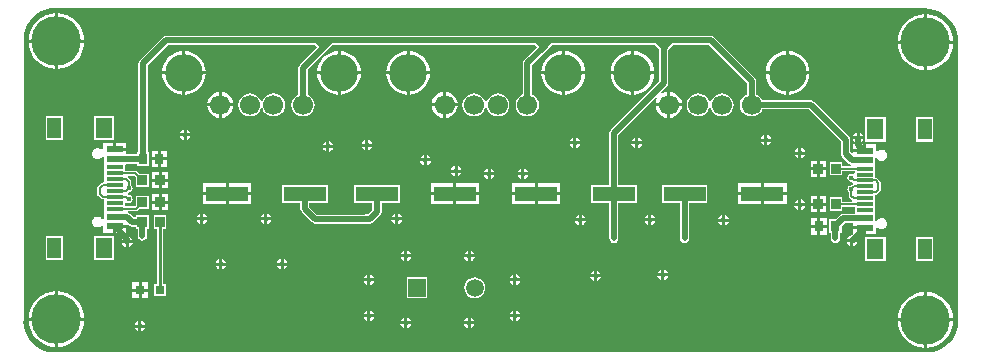
<source format=gtl>
G04*
G04 #@! TF.GenerationSoftware,Altium Limited,Altium Designer,19.0.4 (130)*
G04*
G04 Layer_Physical_Order=1*
G04 Layer_Color=255*
%FSLAX24Y24*%
%MOIN*%
G70*
G01*
G75*
%ADD11C,0.0100*%
%ADD14R,0.0571X0.0236*%
%ADD15R,0.0571X0.0118*%
%ADD16R,0.0571X0.0709*%
%ADD17R,0.0472X0.0709*%
%ADD18R,0.0315X0.0315*%
%ADD19R,0.0315X0.0354*%
%ADD20R,0.1421X0.0496*%
%ADD34R,0.0318X0.0340*%
%ADD35C,0.0200*%
%ADD36C,0.0059*%
%ADD37C,0.0059*%
%ADD38C,0.0591*%
%ADD39R,0.0591X0.0591*%
%ADD40C,0.1260*%
%ADD41C,0.0669*%
%ADD42C,0.1654*%
%ADD43C,0.0157*%
G36*
X34523Y46778D02*
X34523Y46778D01*
Y46778D01*
X34571Y46779D01*
X63477D01*
X63478Y46778D01*
Y46778D01*
X63478Y46778D01*
X63591Y46769D01*
X63765Y46728D01*
X63931Y46659D01*
X64084Y46565D01*
X64220Y46449D01*
X64337Y46312D01*
X64431Y46159D01*
X64499Y45993D01*
X64541Y45819D01*
X64555Y45640D01*
X64550Y45572D01*
X64551Y45524D01*
X64551Y45514D01*
Y36405D01*
X64551Y36358D01*
X64552Y36355D01*
X64551Y36306D01*
X64535Y36138D01*
X64476Y35944D01*
X64381Y35766D01*
X64252Y35609D01*
X64096Y35481D01*
X63917Y35386D01*
X63724Y35327D01*
X63522Y35307D01*
X63479Y35311D01*
X63432Y35316D01*
X63384Y35315D01*
X63367Y35315D01*
X34502D01*
X34459Y35315D01*
X34453Y35315D01*
X34403Y35313D01*
X34218Y35331D01*
X34025Y35389D01*
X33848Y35484D01*
X33693Y35611D01*
X33565Y35767D01*
X33470Y35944D01*
X33412Y36137D01*
X33392Y36337D01*
X33398Y36392D01*
X33402Y36440D01*
X33402Y36440D01*
X33402Y36440D01*
X33402Y36488D01*
X33402Y36507D01*
Y45663D01*
X33402Y45667D01*
X33402Y45717D01*
X33401Y45766D01*
X33412Y45908D01*
X33451Y46066D01*
X33513Y46217D01*
X33598Y46356D01*
X33704Y46480D01*
X33828Y46586D01*
X33967Y46672D01*
X34118Y46734D01*
X34277Y46772D01*
X34439Y46785D01*
X34523Y46778D01*
D02*
G37*
%LPC*%
G36*
X34543Y46612D02*
Y45736D01*
X35419D01*
X35406Y45867D01*
X35353Y46042D01*
X35267Y46203D01*
X35151Y46344D01*
X35010Y46460D01*
X34849Y46546D01*
X34674Y46599D01*
X34543Y46612D01*
D02*
G37*
G36*
X34443D02*
X34311Y46599D01*
X34136Y46546D01*
X33975Y46460D01*
X33834Y46344D01*
X33718Y46203D01*
X33632Y46042D01*
X33579Y45867D01*
X33566Y45736D01*
X34443D01*
Y46612D01*
D02*
G37*
G36*
X63508Y46575D02*
Y45699D01*
X64385D01*
X64372Y45831D01*
X64319Y46005D01*
X64233Y46166D01*
X64117Y46307D01*
X63976Y46423D01*
X63815Y46509D01*
X63640Y46562D01*
X63508Y46575D01*
D02*
G37*
G36*
X63408D02*
X63277Y46562D01*
X63102Y46509D01*
X62941Y46423D01*
X62800Y46307D01*
X62684Y46166D01*
X62598Y46005D01*
X62545Y45831D01*
X62532Y45699D01*
X63408D01*
Y46575D01*
D02*
G37*
G36*
X35419Y45636D02*
X34543D01*
Y44759D01*
X34674Y44772D01*
X34849Y44825D01*
X35010Y44911D01*
X35151Y45027D01*
X35267Y45168D01*
X35353Y45329D01*
X35406Y45504D01*
X35419Y45636D01*
D02*
G37*
G36*
X34443D02*
X33566D01*
X33579Y45504D01*
X33632Y45329D01*
X33718Y45168D01*
X33834Y45027D01*
X33975Y44911D01*
X34136Y44825D01*
X34311Y44772D01*
X34443Y44759D01*
Y45636D01*
D02*
G37*
G36*
X64385Y45599D02*
X63508D01*
Y44723D01*
X63640Y44736D01*
X63815Y44789D01*
X63976Y44875D01*
X64117Y44990D01*
X64233Y45132D01*
X64319Y45293D01*
X64372Y45467D01*
X64385Y45599D01*
D02*
G37*
G36*
X63408D02*
X62532D01*
X62545Y45467D01*
X62598Y45293D01*
X62684Y45132D01*
X62800Y44990D01*
X62941Y44875D01*
X63102Y44789D01*
X63277Y44736D01*
X63408Y44723D01*
Y45599D01*
D02*
G37*
G36*
X58915Y45354D02*
Y44675D01*
X59593D01*
X59584Y44768D01*
X59543Y44906D01*
X59475Y45033D01*
X59384Y45144D01*
X59272Y45235D01*
X59146Y45303D01*
X59008Y45345D01*
X58915Y45354D01*
D02*
G37*
G36*
X51440D02*
Y44675D01*
X52118D01*
X52109Y44768D01*
X52068Y44906D01*
X52000Y45033D01*
X51909Y45144D01*
X51797Y45235D01*
X51671Y45303D01*
X51533Y45345D01*
X51440Y45354D01*
D02*
G37*
G36*
X43965D02*
Y44675D01*
X44643D01*
X44634Y44768D01*
X44593Y44906D01*
X44525Y45033D01*
X44434Y45144D01*
X44322Y45235D01*
X44196Y45303D01*
X44058Y45345D01*
X43965Y45354D01*
D02*
G37*
G36*
X43865Y45354D02*
X43772Y45345D01*
X43634Y45303D01*
X43507Y45235D01*
X43396Y45144D01*
X43305Y45033D01*
X43237Y44906D01*
X43196Y44768D01*
X43186Y44675D01*
X43865D01*
Y45354D01*
D02*
G37*
G36*
X58815D02*
X58722Y45345D01*
X58584Y45303D01*
X58457Y45235D01*
X58346Y45144D01*
X58255Y45033D01*
X58187Y44906D01*
X58146Y44768D01*
X58136Y44675D01*
X58815D01*
Y45354D01*
D02*
G37*
G36*
X51340D02*
X51247Y45345D01*
X51109Y45303D01*
X50982Y45235D01*
X50871Y45144D01*
X50780Y45033D01*
X50712Y44906D01*
X50671Y44768D01*
X50661Y44675D01*
X51340D01*
Y45354D01*
D02*
G37*
G36*
X53742Y45354D02*
Y44675D01*
X54420D01*
X54411Y44768D01*
X54369Y44906D01*
X54302Y45033D01*
X54210Y45144D01*
X54099Y45235D01*
X53972Y45303D01*
X53835Y45345D01*
X53742Y45354D01*
D02*
G37*
G36*
X46267D02*
Y44675D01*
X46945D01*
X46936Y44768D01*
X46894Y44906D01*
X46827Y45033D01*
X46735Y45144D01*
X46624Y45235D01*
X46497Y45303D01*
X46360Y45345D01*
X46267Y45354D01*
D02*
G37*
G36*
X38792D02*
Y44675D01*
X39470D01*
X39461Y44768D01*
X39419Y44906D01*
X39352Y45033D01*
X39260Y45144D01*
X39149Y45235D01*
X39022Y45303D01*
X38885Y45345D01*
X38792Y45354D01*
D02*
G37*
G36*
X53642Y45354D02*
X53549Y45345D01*
X53411Y45303D01*
X53284Y45235D01*
X53173Y45144D01*
X53082Y45033D01*
X53014Y44906D01*
X52972Y44768D01*
X52963Y44675D01*
X53642D01*
Y45354D01*
D02*
G37*
G36*
X46167D02*
X46074Y45345D01*
X45936Y45303D01*
X45809Y45235D01*
X45698Y45144D01*
X45607Y45033D01*
X45539Y44906D01*
X45497Y44768D01*
X45488Y44675D01*
X46167D01*
Y45354D01*
D02*
G37*
G36*
X38692D02*
X38599Y45345D01*
X38461Y45303D01*
X38334Y45235D01*
X38223Y45144D01*
X38132Y45033D01*
X38064Y44906D01*
X38022Y44768D01*
X38013Y44675D01*
X38692D01*
Y45354D01*
D02*
G37*
G36*
X59593Y44575D02*
X58915D01*
Y43897D01*
X59008Y43906D01*
X59146Y43948D01*
X59272Y44015D01*
X59384Y44107D01*
X59475Y44218D01*
X59543Y44344D01*
X59584Y44482D01*
X59593Y44575D01*
D02*
G37*
G36*
X52118D02*
X51440D01*
Y43897D01*
X51533Y43906D01*
X51671Y43948D01*
X51797Y44015D01*
X51909Y44107D01*
X52000Y44218D01*
X52068Y44344D01*
X52109Y44482D01*
X52118Y44575D01*
D02*
G37*
G36*
X44643D02*
X43965D01*
Y43897D01*
X44058Y43906D01*
X44196Y43948D01*
X44322Y44015D01*
X44434Y44107D01*
X44525Y44218D01*
X44593Y44344D01*
X44634Y44482D01*
X44643Y44575D01*
D02*
G37*
G36*
X58815D02*
X58136D01*
X58146Y44482D01*
X58187Y44344D01*
X58255Y44218D01*
X58346Y44107D01*
X58457Y44015D01*
X58584Y43948D01*
X58722Y43906D01*
X58815Y43897D01*
Y44575D01*
D02*
G37*
G36*
X51340D02*
X50661D01*
X50671Y44482D01*
X50712Y44344D01*
X50780Y44218D01*
X50871Y44107D01*
X50982Y44015D01*
X51109Y43948D01*
X51247Y43906D01*
X51340Y43897D01*
Y44575D01*
D02*
G37*
G36*
X43865D02*
X43186D01*
X43196Y44482D01*
X43237Y44344D01*
X43305Y44218D01*
X43396Y44107D01*
X43507Y44015D01*
X43634Y43948D01*
X43772Y43906D01*
X43865Y43897D01*
Y44575D01*
D02*
G37*
G36*
X53642Y44575D02*
X52963D01*
X52972Y44482D01*
X53014Y44344D01*
X53082Y44218D01*
X53173Y44107D01*
X53284Y44015D01*
X53411Y43948D01*
X53549Y43906D01*
X53642Y43897D01*
Y44575D01*
D02*
G37*
G36*
X46167D02*
X45488D01*
X45497Y44482D01*
X45539Y44344D01*
X45607Y44218D01*
X45698Y44107D01*
X45809Y44015D01*
X45936Y43948D01*
X46074Y43906D01*
X46167Y43897D01*
Y44575D01*
D02*
G37*
G36*
X38692D02*
X38013D01*
X38022Y44482D01*
X38064Y44344D01*
X38132Y44218D01*
X38223Y44107D01*
X38334Y44015D01*
X38461Y43948D01*
X38599Y43906D01*
X38692Y43897D01*
Y44575D01*
D02*
G37*
G36*
X39470D02*
X38792D01*
Y43897D01*
X38885Y43906D01*
X39022Y43948D01*
X39149Y44015D01*
X39260Y44107D01*
X39352Y44218D01*
X39419Y44344D01*
X39461Y44482D01*
X39470Y44575D01*
D02*
G37*
G36*
X54420D02*
X53742D01*
Y43897D01*
X53835Y43906D01*
X53972Y43948D01*
X54099Y44015D01*
X54210Y44107D01*
X54302Y44218D01*
X54369Y44344D01*
X54411Y44482D01*
X54420Y44575D01*
D02*
G37*
G36*
X46945D02*
X46267D01*
Y43897D01*
X46360Y43906D01*
X46497Y43948D01*
X46624Y44015D01*
X46735Y44107D01*
X46827Y44218D01*
X46894Y44344D01*
X46936Y44482D01*
X46945Y44575D01*
D02*
G37*
G36*
X56679Y43946D02*
X56579Y43933D01*
X56485Y43894D01*
X56405Y43833D01*
X56343Y43752D01*
X56313Y43679D01*
X56259D01*
X56228Y43752D01*
X56167Y43833D01*
X56086Y43894D01*
X55993Y43933D01*
X55892Y43946D01*
X55792Y43933D01*
X55698Y43894D01*
X55618Y43833D01*
X55556Y43752D01*
X55518Y43659D01*
X55504Y43558D01*
X55518Y43458D01*
X55556Y43364D01*
X55618Y43284D01*
X55698Y43222D01*
X55792Y43184D01*
X55892Y43170D01*
X55993Y43184D01*
X56086Y43222D01*
X56167Y43284D01*
X56228Y43364D01*
X56259Y43438D01*
X56313D01*
X56343Y43364D01*
X56405Y43284D01*
X56485Y43222D01*
X56579Y43184D01*
X56679Y43170D01*
X56780Y43184D01*
X56873Y43222D01*
X56954Y43284D01*
X57015Y43364D01*
X57054Y43458D01*
X57067Y43558D01*
X57054Y43659D01*
X57015Y43752D01*
X56954Y43833D01*
X56873Y43894D01*
X56780Y43933D01*
X56679Y43946D01*
D02*
G37*
G36*
X49204D02*
X49104Y43933D01*
X49010Y43894D01*
X48930Y43833D01*
X48868Y43752D01*
X48838Y43679D01*
X48784D01*
X48753Y43752D01*
X48692Y43833D01*
X48611Y43894D01*
X48518Y43933D01*
X48417Y43946D01*
X48317Y43933D01*
X48223Y43894D01*
X48143Y43833D01*
X48081Y43752D01*
X48043Y43659D01*
X48029Y43558D01*
X48043Y43458D01*
X48081Y43364D01*
X48143Y43284D01*
X48223Y43222D01*
X48317Y43184D01*
X48417Y43170D01*
X48518Y43184D01*
X48611Y43222D01*
X48692Y43284D01*
X48753Y43364D01*
X48784Y43438D01*
X48838D01*
X48868Y43364D01*
X48930Y43284D01*
X49010Y43222D01*
X49104Y43184D01*
X49204Y43170D01*
X49305Y43184D01*
X49398Y43222D01*
X49479Y43284D01*
X49540Y43364D01*
X49579Y43458D01*
X49592Y43558D01*
X49579Y43659D01*
X49540Y43752D01*
X49479Y43833D01*
X49398Y43894D01*
X49305Y43933D01*
X49204Y43946D01*
D02*
G37*
G36*
X41729D02*
X41629Y43933D01*
X41535Y43894D01*
X41455Y43833D01*
X41393Y43752D01*
X41363Y43679D01*
X41309D01*
X41278Y43752D01*
X41217Y43833D01*
X41136Y43894D01*
X41043Y43933D01*
X40942Y43946D01*
X40842Y43933D01*
X40748Y43894D01*
X40668Y43833D01*
X40606Y43752D01*
X40568Y43659D01*
X40554Y43558D01*
X40568Y43458D01*
X40606Y43364D01*
X40668Y43284D01*
X40748Y43222D01*
X40842Y43184D01*
X40942Y43170D01*
X41043Y43184D01*
X41136Y43222D01*
X41217Y43284D01*
X41278Y43364D01*
X41309Y43438D01*
X41363D01*
X41393Y43364D01*
X41455Y43284D01*
X41535Y43222D01*
X41629Y43184D01*
X41729Y43170D01*
X41830Y43184D01*
X41923Y43222D01*
X42004Y43284D01*
X42065Y43364D01*
X42104Y43458D01*
X42117Y43558D01*
X42104Y43659D01*
X42065Y43752D01*
X42004Y43833D01*
X41923Y43894D01*
X41830Y43933D01*
X41729Y43946D01*
D02*
G37*
G36*
X54958Y43990D02*
Y43608D01*
X55340D01*
X55332Y43672D01*
X55288Y43777D01*
X55218Y43868D01*
X55128Y43938D01*
X55022Y43982D01*
X54958Y43990D01*
D02*
G37*
G36*
X47483D02*
Y43608D01*
X47865D01*
X47857Y43672D01*
X47813Y43777D01*
X47743Y43868D01*
X47653Y43938D01*
X47547Y43982D01*
X47483Y43990D01*
D02*
G37*
G36*
X40008D02*
Y43608D01*
X40390D01*
X40382Y43672D01*
X40338Y43777D01*
X40268Y43868D01*
X40178Y43938D01*
X40072Y43982D01*
X40008Y43990D01*
D02*
G37*
G36*
X47383D02*
X47320Y43982D01*
X47214Y43938D01*
X47123Y43868D01*
X47054Y43777D01*
X47010Y43672D01*
X47002Y43608D01*
X47383D01*
Y43990D01*
D02*
G37*
G36*
X39908D02*
X39845Y43982D01*
X39739Y43938D01*
X39648Y43868D01*
X39579Y43777D01*
X39535Y43672D01*
X39527Y43608D01*
X39908D01*
Y43990D01*
D02*
G37*
G36*
X55340Y43508D02*
X54958D01*
Y43126D01*
X55022Y43135D01*
X55128Y43179D01*
X55218Y43248D01*
X55288Y43339D01*
X55332Y43445D01*
X55340Y43508D01*
D02*
G37*
G36*
X40390D02*
X40008D01*
Y43126D01*
X40072Y43135D01*
X40178Y43179D01*
X40268Y43248D01*
X40338Y43339D01*
X40382Y43445D01*
X40390Y43508D01*
D02*
G37*
G36*
X47865D02*
X47483D01*
Y43126D01*
X47547Y43135D01*
X47653Y43179D01*
X47743Y43248D01*
X47813Y43339D01*
X47857Y43445D01*
X47865Y43508D01*
D02*
G37*
G36*
X47383D02*
X47002D01*
X47010Y43445D01*
X47054Y43339D01*
X47123Y43248D01*
X47214Y43179D01*
X47320Y43135D01*
X47383Y43126D01*
Y43508D01*
D02*
G37*
G36*
X54858D02*
X54477D01*
X54485Y43445D01*
X54529Y43339D01*
X54598Y43248D01*
X54689Y43179D01*
X54795Y43135D01*
X54858Y43126D01*
Y43508D01*
D02*
G37*
G36*
X39908D02*
X39527D01*
X39535Y43445D01*
X39579Y43339D01*
X39648Y43248D01*
X39739Y43179D01*
X39845Y43135D01*
X39908Y43126D01*
Y43508D01*
D02*
G37*
G36*
X38830Y42731D02*
Y42609D01*
X38952D01*
X38948Y42629D01*
X38908Y42688D01*
X38849Y42727D01*
X38830Y42731D01*
D02*
G37*
G36*
X38730D02*
X38710Y42727D01*
X38651Y42688D01*
X38611Y42629D01*
X38607Y42609D01*
X38730D01*
Y42731D01*
D02*
G37*
G36*
X61270Y42629D02*
Y42507D01*
X61393D01*
X61389Y42526D01*
X61349Y42586D01*
X61290Y42625D01*
X61270Y42629D01*
D02*
G37*
G36*
X61170D02*
X61151Y42625D01*
X61092Y42586D01*
X61052Y42526D01*
X61048Y42507D01*
X61170D01*
Y42629D01*
D02*
G37*
G36*
X58184Y42558D02*
Y42436D01*
X58306D01*
X58302Y42456D01*
X58263Y42515D01*
X58204Y42554D01*
X58184Y42558D01*
D02*
G37*
G36*
X58084D02*
X58064Y42554D01*
X58005Y42515D01*
X57965Y42456D01*
X57962Y42436D01*
X58084D01*
Y42558D01*
D02*
G37*
G36*
X38952Y42509D02*
X38830D01*
Y42387D01*
X38849Y42391D01*
X38908Y42430D01*
X38948Y42489D01*
X38952Y42509D01*
D02*
G37*
G36*
X38730D02*
X38607D01*
X38611Y42489D01*
X38651Y42430D01*
X38710Y42391D01*
X38730Y42387D01*
Y42509D01*
D02*
G37*
G36*
X36406Y43192D02*
X35736D01*
Y42383D01*
X36406D01*
Y43192D01*
D02*
G37*
G36*
X34712D02*
X34139D01*
Y42383D01*
X34712D01*
Y43192D01*
D02*
G37*
G36*
X53885Y42464D02*
Y42341D01*
X54007D01*
X54003Y42361D01*
X53963Y42420D01*
X53904Y42460D01*
X53885Y42464D01*
D02*
G37*
G36*
X53785D02*
X53765Y42460D01*
X53706Y42420D01*
X53666Y42361D01*
X53662Y42341D01*
X53785D01*
Y42464D01*
D02*
G37*
G36*
X51828D02*
Y42341D01*
X51951D01*
X51947Y42361D01*
X51907Y42420D01*
X51848Y42460D01*
X51828Y42464D01*
D02*
G37*
G36*
X51728D02*
X51709Y42460D01*
X51649Y42420D01*
X51610Y42361D01*
X51606Y42341D01*
X51728D01*
Y42464D01*
D02*
G37*
G36*
X63727Y43143D02*
X63154D01*
Y42334D01*
X63727D01*
Y43143D01*
D02*
G37*
G36*
X62130D02*
X61459D01*
Y42334D01*
X62130D01*
Y43143D01*
D02*
G37*
G36*
X44893Y42385D02*
Y42263D01*
X45015D01*
X45011Y42282D01*
X44971Y42341D01*
X44912Y42381D01*
X44893Y42385D01*
D02*
G37*
G36*
X44792D02*
X44773Y42381D01*
X44714Y42341D01*
X44674Y42282D01*
X44670Y42263D01*
X44792D01*
Y42385D01*
D02*
G37*
G36*
X43585Y42346D02*
Y42223D01*
X43708D01*
X43704Y42243D01*
X43664Y42302D01*
X43605Y42342D01*
X43585Y42346D01*
D02*
G37*
G36*
X43485D02*
X43466Y42342D01*
X43407Y42302D01*
X43367Y42243D01*
X43363Y42223D01*
X43485D01*
Y42346D01*
D02*
G37*
G36*
X58306Y42336D02*
X58184D01*
Y42214D01*
X58204Y42217D01*
X58263Y42257D01*
X58302Y42316D01*
X58306Y42336D01*
D02*
G37*
G36*
X58084D02*
X57962D01*
X57965Y42316D01*
X58005Y42257D01*
X58064Y42217D01*
X58084Y42214D01*
Y42336D01*
D02*
G37*
G36*
X36817Y42289D02*
X36481D01*
Y42121D01*
X36817D01*
Y42289D01*
D02*
G37*
G36*
X54007Y42241D02*
X53885D01*
Y42119D01*
X53904Y42123D01*
X53963Y42162D01*
X54003Y42222D01*
X54007Y42241D01*
D02*
G37*
G36*
X53785D02*
X53662D01*
X53666Y42222D01*
X53706Y42162D01*
X53765Y42123D01*
X53785Y42119D01*
Y42241D01*
D02*
G37*
G36*
X51951D02*
X51828D01*
Y42119D01*
X51848Y42123D01*
X51907Y42162D01*
X51947Y42222D01*
X51951Y42241D01*
D02*
G37*
G36*
X51728D02*
X51606D01*
X51610Y42222D01*
X51649Y42162D01*
X51709Y42123D01*
X51728Y42119D01*
Y42241D01*
D02*
G37*
G36*
X61393Y42407D02*
X61048D01*
X61052Y42387D01*
X61092Y42328D01*
X61148Y42290D01*
X61149Y42286D01*
X61127Y42240D01*
X61049D01*
Y42072D01*
X61384D01*
Y42240D01*
X61314D01*
X61292Y42286D01*
X61293Y42290D01*
X61349Y42328D01*
X61389Y42387D01*
X61393Y42407D01*
D02*
G37*
G36*
X45015Y42163D02*
X44893D01*
Y42040D01*
X44912Y42044D01*
X44971Y42084D01*
X45011Y42143D01*
X45015Y42163D01*
D02*
G37*
G36*
X44792D02*
X44670D01*
X44674Y42143D01*
X44714Y42084D01*
X44773Y42044D01*
X44792Y42040D01*
Y42163D01*
D02*
G37*
G36*
X43708Y42123D02*
X43585D01*
Y42001D01*
X43605Y42005D01*
X43664Y42044D01*
X43704Y42103D01*
X43708Y42123D01*
D02*
G37*
G36*
X43485D02*
X43363D01*
X43367Y42103D01*
X43407Y42044D01*
X43466Y42005D01*
X43485Y42001D01*
Y42123D01*
D02*
G37*
G36*
X59318Y42117D02*
Y41995D01*
X59440D01*
X59436Y42015D01*
X59397Y42074D01*
X59337Y42113D01*
X59318Y42117D01*
D02*
G37*
G36*
X59218D02*
X59198Y42113D01*
X59139Y42074D01*
X59099Y42015D01*
X59095Y41995D01*
X59218D01*
Y42117D01*
D02*
G37*
G36*
X38186Y42033D02*
X37979D01*
Y41806D01*
X38186D01*
Y42033D01*
D02*
G37*
G36*
X37879D02*
X37671D01*
Y41806D01*
X37879D01*
Y42033D01*
D02*
G37*
G36*
X46845Y41905D02*
Y41782D01*
X46968D01*
X46964Y41802D01*
X46924Y41861D01*
X46865Y41901D01*
X46845Y41905D01*
D02*
G37*
G36*
X46745D02*
X46726Y41901D01*
X46666Y41861D01*
X46627Y41802D01*
X46623Y41782D01*
X46745D01*
Y41905D01*
D02*
G37*
G36*
X59440Y41895D02*
X59318D01*
Y41773D01*
X59337Y41776D01*
X59397Y41816D01*
X59436Y41875D01*
X59440Y41895D01*
D02*
G37*
G36*
X59218D02*
X59095D01*
X59099Y41875D01*
X59139Y41816D01*
X59198Y41776D01*
X59218Y41773D01*
Y41895D01*
D02*
G37*
G36*
X56299Y45869D02*
X38157D01*
X38099Y45858D01*
X38049Y45825D01*
X37270Y45045D01*
X37236Y44995D01*
X37225Y44937D01*
Y41983D01*
X37170D01*
Y41944D01*
X37135Y41909D01*
X36817Y41909D01*
Y42021D01*
X36431D01*
Y42071D01*
X36381D01*
Y42289D01*
X36046D01*
Y42071D01*
X35996Y42053D01*
X35973Y42076D01*
X35963Y42080D01*
X35955Y42088D01*
X35908Y42107D01*
X35897D01*
X35888Y42112D01*
X35837D01*
X35827Y42107D01*
X35816D01*
X35769Y42088D01*
X35761Y42080D01*
X35751Y42076D01*
X35715Y42040D01*
X35711Y42030D01*
X35704Y42023D01*
X35684Y41976D01*
Y41965D01*
X35680Y41955D01*
Y41904D01*
X35684Y41894D01*
Y41883D01*
X35704Y41836D01*
X35711Y41829D01*
X35715Y41819D01*
X35751Y41783D01*
X35761Y41779D01*
X35769Y41771D01*
X35816Y41752D01*
X35827D01*
X35837Y41747D01*
X35888D01*
X35897Y41752D01*
X35908D01*
X35955Y41771D01*
X35963Y41779D01*
X35973Y41783D01*
X36009Y41819D01*
X36052Y41843D01*
X36096Y41820D01*
Y41372D01*
Y40971D01*
X36032D01*
X36001Y40965D01*
X35974Y40947D01*
X35880Y40853D01*
X35862Y40826D01*
X35856Y40795D01*
Y40591D01*
X35862Y40560D01*
X35880Y40534D01*
X35974Y40439D01*
X36001Y40421D01*
X36032Y40415D01*
X36096D01*
Y40191D01*
Y39764D01*
X36052Y39741D01*
X36009Y39765D01*
X35973Y39801D01*
X35963Y39805D01*
X35955Y39812D01*
X35908Y39832D01*
X35898D01*
X35888Y39836D01*
X35837D01*
X35827Y39832D01*
X35816D01*
X35769Y39812D01*
X35761Y39805D01*
X35752Y39801D01*
X35716Y39765D01*
X35711Y39755D01*
X35704Y39747D01*
X35684Y39700D01*
Y39689D01*
X35680Y39679D01*
Y39628D01*
X35684Y39618D01*
Y39608D01*
X35704Y39561D01*
X35711Y39553D01*
X35716Y39543D01*
X35752Y39507D01*
X35761Y39503D01*
X35769Y39495D01*
X35816Y39476D01*
X35827D01*
X35837Y39472D01*
X35888D01*
X35898Y39476D01*
X35908D01*
X35955Y39495D01*
X35963Y39503D01*
X35973Y39507D01*
X35996Y39530D01*
X36046Y39512D01*
Y39294D01*
X36381D01*
Y39512D01*
X36431D01*
Y39562D01*
X36817D01*
Y39563D01*
X36863Y39582D01*
X36900Y39545D01*
X36949Y39512D01*
X37008Y39501D01*
X37151D01*
Y39433D01*
X37207D01*
Y39189D01*
X37219Y39130D01*
X37252Y39081D01*
X37301Y39048D01*
X37360Y39036D01*
X37418Y39048D01*
X37468Y39081D01*
X37501Y39130D01*
X37513Y39189D01*
Y39433D01*
X37569D01*
Y39874D01*
X37151D01*
Y39806D01*
X37071D01*
X36942Y39935D01*
X36893Y39968D01*
X36877Y39972D01*
X36882Y40022D01*
X37155D01*
X37187Y40028D01*
X37213Y40045D01*
X37254Y40087D01*
X37569D01*
Y40527D01*
X37151D01*
Y40213D01*
X37122Y40184D01*
X36767D01*
Y40304D01*
X36796Y40318D01*
X36817Y40322D01*
X36855Y40297D01*
X36906Y40287D01*
X36956Y40297D01*
X36998Y40325D01*
X37027Y40368D01*
X37037Y40418D01*
X37027Y40468D01*
X36998Y40511D01*
X36956Y40539D01*
X36906Y40549D01*
X36905Y40549D01*
X36883Y40566D01*
Y40624D01*
X36905Y40640D01*
X36906Y40640D01*
X36956Y40650D01*
X36998Y40679D01*
X37027Y40721D01*
X37037Y40772D01*
X37027Y40822D01*
X36998Y40864D01*
X36987Y40872D01*
Y41000D01*
X36980Y41031D01*
X36963Y41057D01*
X36876Y41144D01*
X36863Y41153D01*
X36878Y41203D01*
X37090D01*
X37151Y41141D01*
Y40827D01*
X37569D01*
Y41267D01*
X37254D01*
X37181Y41341D01*
X37154Y41359D01*
X37123Y41365D01*
X36767D01*
Y41553D01*
X36811Y41603D01*
X37170Y41603D01*
Y41529D01*
X37585D01*
Y41983D01*
X37531D01*
Y44873D01*
X38221Y45564D01*
X43119D01*
X43194Y45489D01*
X42606Y44901D01*
X42573Y44852D01*
X42561Y44793D01*
Y43911D01*
X42520Y43894D01*
X42440Y43833D01*
X42378Y43752D01*
X42340Y43659D01*
X42326Y43558D01*
X42340Y43458D01*
X42378Y43364D01*
X42440Y43284D01*
X42520Y43222D01*
X42614Y43184D01*
X42714Y43170D01*
X42815Y43184D01*
X42908Y43222D01*
X42989Y43284D01*
X43050Y43364D01*
X43089Y43458D01*
X43102Y43558D01*
X43089Y43659D01*
X43050Y43752D01*
X42989Y43833D01*
X42908Y43894D01*
X42867Y43911D01*
Y44730D01*
X43522Y45385D01*
X43701Y45564D01*
X50440D01*
X50516Y45488D01*
X50081Y45053D01*
X50048Y45004D01*
X50036Y44945D01*
Y43911D01*
X49995Y43894D01*
X49915Y43833D01*
X49853Y43752D01*
X49815Y43659D01*
X49801Y43558D01*
X49815Y43458D01*
X49853Y43364D01*
X49915Y43284D01*
X49995Y43222D01*
X50089Y43184D01*
X50189Y43170D01*
X50290Y43184D01*
X50383Y43222D01*
X50464Y43284D01*
X50525Y43364D01*
X50564Y43458D01*
X50577Y43558D01*
X50564Y43659D01*
X50525Y43752D01*
X50464Y43833D01*
X50383Y43894D01*
X50342Y43911D01*
Y44882D01*
X50840Y45380D01*
X51024Y45564D01*
X54435D01*
X54587Y45412D01*
Y44339D01*
X52967Y42719D01*
X52934Y42670D01*
X52923Y42611D01*
Y40890D01*
X52315D01*
Y40294D01*
X52923D01*
Y39107D01*
X52934Y39049D01*
X52967Y38999D01*
X53017Y38966D01*
X53076Y38954D01*
X53134Y38966D01*
X53184Y38999D01*
X53217Y39049D01*
X53229Y39107D01*
Y40294D01*
X53836D01*
Y40890D01*
X53229D01*
Y42548D01*
X54490Y43809D01*
X54529Y43777D01*
X54485Y43672D01*
X54477Y43608D01*
X54858D01*
Y43990D01*
X54795Y43982D01*
X54689Y43938D01*
X54657Y43977D01*
X54848Y44167D01*
X54881Y44217D01*
X54893Y44276D01*
Y45403D01*
X55054Y45564D01*
X56236D01*
X57511Y44288D01*
Y43911D01*
X57470Y43894D01*
X57390Y43833D01*
X57328Y43752D01*
X57290Y43659D01*
X57276Y43558D01*
X57290Y43458D01*
X57328Y43364D01*
X57390Y43284D01*
X57470Y43222D01*
X57564Y43184D01*
X57664Y43170D01*
X57765Y43184D01*
X57858Y43222D01*
X57939Y43284D01*
X58000Y43364D01*
X58017Y43405D01*
X59583D01*
X60650Y42338D01*
Y41929D01*
X60662Y41871D01*
X60695Y41821D01*
X60917Y41599D01*
X60967Y41566D01*
X60982Y41563D01*
X60978Y41513D01*
X60692D01*
Y41652D01*
X60274D01*
Y41211D01*
X60692D01*
Y41351D01*
X61099D01*
Y41272D01*
X61049Y41245D01*
X61034Y41255D01*
X60984Y41265D01*
X60934Y41255D01*
X60891Y41227D01*
X60863Y41184D01*
X60853Y41134D01*
X60863Y41084D01*
X60891Y41041D01*
X60934Y41013D01*
X60984Y41003D01*
X60998Y41005D01*
X61023Y40981D01*
X61045Y40966D01*
X61047Y40939D01*
X61045Y40913D01*
X61023Y40898D01*
X60998Y40873D01*
X60984Y40876D01*
X60934Y40866D01*
X60891Y40838D01*
X60863Y40795D01*
X60853Y40745D01*
X60863Y40695D01*
X60891Y40652D01*
X60903Y40644D01*
Y40530D01*
X60909Y40499D01*
X60927Y40473D01*
X61010Y40390D01*
X61022Y40382D01*
X61007Y40332D01*
X60692D01*
Y40472D01*
X60274D01*
Y40032D01*
X60692D01*
Y40169D01*
X61099D01*
Y39931D01*
X60725D01*
X60667Y39919D01*
X60617Y39886D01*
X60470Y39739D01*
X60252D01*
Y39285D01*
X60306D01*
Y39123D01*
X60304Y39110D01*
X60315Y39052D01*
X60348Y39002D01*
X60398Y38969D01*
X60457Y38957D01*
X60515Y38969D01*
X60565Y39002D01*
X60567Y39005D01*
X60600Y39054D01*
X60612Y39113D01*
Y39285D01*
X60667D01*
Y39503D01*
X60789Y39625D01*
X61049D01*
Y39513D01*
X61434D01*
Y39463D01*
X61484D01*
Y39245D01*
X61820D01*
Y39463D01*
X61870Y39481D01*
X61893Y39458D01*
X61903Y39454D01*
X61910Y39446D01*
X61957Y39427D01*
X61968D01*
X61978Y39423D01*
X62029D01*
X62039Y39427D01*
X62050D01*
X62097Y39446D01*
X62104Y39454D01*
X62114Y39458D01*
X62150Y39494D01*
X62154Y39504D01*
X62162Y39512D01*
X62182Y39559D01*
Y39569D01*
X62186Y39579D01*
Y39630D01*
X62182Y39640D01*
Y39651D01*
X62162Y39698D01*
X62154Y39706D01*
X62150Y39716D01*
X62114Y39752D01*
X62104Y39756D01*
X62097Y39763D01*
X62050Y39783D01*
X62039D01*
X62029Y39787D01*
X61978D01*
X61968Y39783D01*
X61957D01*
X61910Y39763D01*
X61903Y39756D01*
X61893Y39752D01*
X61857Y39716D01*
X61813Y39691D01*
X61770Y39714D01*
Y40141D01*
Y40563D01*
X61802D01*
X61833Y40569D01*
X61859Y40587D01*
X61947Y40675D01*
X61965Y40701D01*
X61971Y40732D01*
Y40950D01*
X61965Y40981D01*
X61947Y41007D01*
X61859Y41095D01*
X61833Y41113D01*
X61802Y41119D01*
X61770D01*
Y41323D01*
Y41771D01*
X61813Y41794D01*
X61857Y41770D01*
X61893Y41734D01*
X61903Y41730D01*
X61910Y41722D01*
X61957Y41702D01*
X61968D01*
X61978Y41698D01*
X62029D01*
X62039Y41702D01*
X62050D01*
X62097Y41722D01*
X62104Y41730D01*
X62114Y41734D01*
X62150Y41770D01*
X62154Y41780D01*
X62162Y41787D01*
X62181Y41834D01*
Y41845D01*
X62185Y41855D01*
Y41906D01*
X62181Y41916D01*
Y41927D01*
X62162Y41974D01*
X62154Y41981D01*
X62150Y41991D01*
X62114Y42027D01*
X62104Y42031D01*
X62097Y42039D01*
X62050Y42058D01*
X62039D01*
X62029Y42062D01*
X61978D01*
X61968Y42058D01*
X61957D01*
X61910Y42039D01*
X61903Y42031D01*
X61893Y42027D01*
X61870Y42004D01*
X61820Y42023D01*
Y42240D01*
X61484D01*
Y42022D01*
X61434D01*
Y41972D01*
X61049D01*
Y41965D01*
X61003Y41946D01*
X60956Y41992D01*
Y42402D01*
X60944Y42460D01*
X60911Y42510D01*
X59755Y43666D01*
X59705Y43700D01*
X59646Y43711D01*
X58017D01*
X58000Y43752D01*
X57939Y43833D01*
X57858Y43894D01*
X57817Y43911D01*
Y44351D01*
X57806Y44410D01*
X57772Y44459D01*
X56407Y45825D01*
X56358Y45858D01*
X56299Y45869D01*
D02*
G37*
G36*
X46968Y41682D02*
X46845D01*
Y41560D01*
X46865Y41564D01*
X46924Y41603D01*
X46964Y41663D01*
X46968Y41682D01*
D02*
G37*
G36*
X46745D02*
X46623D01*
X46627Y41663D01*
X46666Y41603D01*
X46726Y41564D01*
X46745Y41560D01*
Y41682D01*
D02*
G37*
G36*
X60149Y41702D02*
X59940D01*
Y41482D01*
X60149D01*
Y41702D01*
D02*
G37*
G36*
X59840D02*
X59631D01*
Y41482D01*
X59840D01*
Y41702D01*
D02*
G37*
G36*
X38186Y41706D02*
X37979D01*
Y41479D01*
X38186D01*
Y41706D01*
D02*
G37*
G36*
X37879D02*
X37671D01*
Y41479D01*
X37879D01*
Y41706D01*
D02*
G37*
G36*
X47868Y41516D02*
Y41393D01*
X47990D01*
X47986Y41413D01*
X47947Y41472D01*
X47888Y41512D01*
X47868Y41516D01*
D02*
G37*
G36*
X47768D02*
X47748Y41512D01*
X47689Y41472D01*
X47650Y41413D01*
X47646Y41393D01*
X47768D01*
Y41516D01*
D02*
G37*
G36*
X48970Y41438D02*
Y41316D01*
X49093D01*
X49089Y41335D01*
X49049Y41395D01*
X48990Y41434D01*
X48970Y41438D01*
D02*
G37*
G36*
X48870D02*
X48850Y41434D01*
X48791Y41395D01*
X48752Y41335D01*
X48748Y41316D01*
X48870D01*
Y41438D01*
D02*
G37*
G36*
X50089Y41432D02*
Y41310D01*
X50212D01*
X50208Y41330D01*
X50168Y41389D01*
X50109Y41428D01*
X50089Y41432D01*
D02*
G37*
G36*
X49989D02*
X49970Y41428D01*
X49910Y41389D01*
X49871Y41330D01*
X49867Y41310D01*
X49989D01*
Y41432D01*
D02*
G37*
G36*
X47990Y41293D02*
X47868D01*
Y41171D01*
X47888Y41175D01*
X47947Y41214D01*
X47986Y41274D01*
X47990Y41293D01*
D02*
G37*
G36*
X47768D02*
X47646D01*
X47650Y41274D01*
X47689Y41214D01*
X47748Y41175D01*
X47768Y41171D01*
Y41293D01*
D02*
G37*
G36*
X60149Y41382D02*
X59940D01*
Y41161D01*
X60149D01*
Y41382D01*
D02*
G37*
G36*
X59840D02*
X59631D01*
Y41161D01*
X59840D01*
Y41382D01*
D02*
G37*
G36*
X38212Y41317D02*
X38003D01*
Y41097D01*
X38212D01*
Y41317D01*
D02*
G37*
G36*
X37903D02*
X37694D01*
Y41097D01*
X37903D01*
Y41317D01*
D02*
G37*
G36*
X49093Y41216D02*
X48970D01*
Y41093D01*
X48990Y41097D01*
X49049Y41137D01*
X49089Y41196D01*
X49093Y41216D01*
D02*
G37*
G36*
X48870D02*
X48748D01*
X48752Y41196D01*
X48791Y41137D01*
X48850Y41097D01*
X48870Y41093D01*
Y41216D01*
D02*
G37*
G36*
X50212Y41210D02*
X50089D01*
Y41088D01*
X50109Y41091D01*
X50168Y41131D01*
X50208Y41190D01*
X50212Y41210D01*
D02*
G37*
G36*
X49989D02*
X49867D01*
X49871Y41190D01*
X49910Y41131D01*
X49970Y41091D01*
X49989Y41088D01*
Y41210D01*
D02*
G37*
G36*
X38212Y40997D02*
X38003D01*
Y40777D01*
X38212D01*
Y40997D01*
D02*
G37*
G36*
X37903D02*
X37694D01*
Y40777D01*
X37903D01*
Y40997D01*
D02*
G37*
G36*
X48586Y40940D02*
X47826D01*
Y40642D01*
X48586D01*
Y40940D01*
D02*
G37*
G36*
X58836D02*
X58076D01*
Y40642D01*
X58836D01*
Y40940D01*
D02*
G37*
G36*
X47726D02*
X46965D01*
Y40642D01*
X47726D01*
Y40940D01*
D02*
G37*
G36*
X57976D02*
X57215D01*
Y40642D01*
X57976D01*
Y40940D01*
D02*
G37*
G36*
X51292Y40940D02*
X50531D01*
Y40642D01*
X51292D01*
Y40940D01*
D02*
G37*
G36*
X50431D02*
X49670D01*
Y40642D01*
X50431D01*
Y40940D01*
D02*
G37*
G36*
X40992D02*
X40231D01*
Y40642D01*
X40992D01*
Y40940D01*
D02*
G37*
G36*
X40131D02*
X39370D01*
Y40642D01*
X40131D01*
Y40940D01*
D02*
G37*
G36*
X38212Y40577D02*
X38003D01*
Y40357D01*
X38212D01*
Y40577D01*
D02*
G37*
G36*
X37903D02*
X37694D01*
Y40357D01*
X37903D01*
Y40577D01*
D02*
G37*
G36*
X60149Y40522D02*
X59940D01*
Y40302D01*
X60149D01*
Y40522D01*
D02*
G37*
G36*
X59840D02*
X59631D01*
Y40302D01*
X59840D01*
Y40522D01*
D02*
G37*
G36*
X59318Y40409D02*
Y40286D01*
X59440D01*
X59436Y40306D01*
X59397Y40365D01*
X59337Y40405D01*
X59318Y40409D01*
D02*
G37*
G36*
X59218D02*
X59198Y40405D01*
X59139Y40365D01*
X59099Y40306D01*
X59095Y40286D01*
X59218D01*
Y40409D01*
D02*
G37*
G36*
X58836Y40542D02*
X58076D01*
Y40244D01*
X58836D01*
Y40542D01*
D02*
G37*
G36*
X57976D02*
X57215D01*
Y40244D01*
X57976D01*
Y40542D01*
D02*
G37*
G36*
X48586D02*
X47826D01*
Y40244D01*
X48586D01*
Y40542D01*
D02*
G37*
G36*
X47726D02*
X46965D01*
Y40244D01*
X47726D01*
Y40542D01*
D02*
G37*
G36*
X51292Y40542D02*
X50531D01*
Y40244D01*
X51292D01*
Y40542D01*
D02*
G37*
G36*
X50431D02*
X49670D01*
Y40244D01*
X50431D01*
Y40542D01*
D02*
G37*
G36*
X40992D02*
X40231D01*
Y40244D01*
X40992D01*
Y40542D01*
D02*
G37*
G36*
X40131D02*
X39370D01*
Y40244D01*
X40131D01*
Y40542D01*
D02*
G37*
G36*
X59440Y40186D02*
X59318D01*
Y40064D01*
X59337Y40068D01*
X59397Y40107D01*
X59436Y40166D01*
X59440Y40186D01*
D02*
G37*
G36*
X59218D02*
X59095D01*
X59099Y40166D01*
X59139Y40107D01*
X59198Y40068D01*
X59218Y40064D01*
Y40186D01*
D02*
G37*
G36*
X38212Y40257D02*
X38003D01*
Y40037D01*
X38212D01*
Y40257D01*
D02*
G37*
G36*
X37903D02*
X37694D01*
Y40037D01*
X37903D01*
Y40257D01*
D02*
G37*
G36*
X60149Y40202D02*
X59940D01*
Y39982D01*
X60149D01*
Y40202D01*
D02*
G37*
G36*
X59840D02*
X59631D01*
Y39982D01*
X59840D01*
Y40202D01*
D02*
G37*
G36*
X45942Y40890D02*
X44420D01*
Y40294D01*
X45028D01*
Y40055D01*
X44882Y39909D01*
X44772D01*
X44732Y39901D01*
X43189D01*
X42929Y40162D01*
Y40294D01*
X43536D01*
Y40890D01*
X42015D01*
Y40294D01*
X42623D01*
Y40098D01*
X42634Y40040D01*
X42667Y39990D01*
X43018Y39640D01*
X43067Y39607D01*
X43126Y39595D01*
X44764D01*
X44803Y39603D01*
X44945D01*
X45003Y39615D01*
X45053Y39648D01*
X45289Y39884D01*
X45322Y39934D01*
X45334Y39992D01*
Y40294D01*
X45942D01*
Y40890D01*
D02*
G37*
G36*
X45885Y39936D02*
Y39814D01*
X46007D01*
X46003Y39834D01*
X45963Y39893D01*
X45904Y39932D01*
X45885Y39936D01*
D02*
G37*
G36*
X45785D02*
X45765Y39932D01*
X45706Y39893D01*
X45666Y39834D01*
X45662Y39814D01*
X45785D01*
Y39936D01*
D02*
G37*
G36*
X41528D02*
Y39814D01*
X41651D01*
X41647Y39834D01*
X41607Y39893D01*
X41548Y39932D01*
X41528Y39936D01*
D02*
G37*
G36*
X41428D02*
X41409Y39932D01*
X41349Y39893D01*
X41310Y39834D01*
X41306Y39814D01*
X41428D01*
Y39936D01*
D02*
G37*
G36*
X39396D02*
Y39814D01*
X39519D01*
X39515Y39834D01*
X39475Y39893D01*
X39416Y39932D01*
X39396Y39936D01*
D02*
G37*
G36*
X39296D02*
X39277Y39932D01*
X39218Y39893D01*
X39178Y39834D01*
X39174Y39814D01*
X39296D01*
Y39936D01*
D02*
G37*
G36*
X54326Y39905D02*
Y39782D01*
X54448D01*
X54444Y39802D01*
X54404Y39861D01*
X54345Y39901D01*
X54326Y39905D01*
D02*
G37*
G36*
X54226D02*
X54206Y39901D01*
X54147Y39861D01*
X54107Y39802D01*
X54103Y39782D01*
X54226D01*
Y39905D01*
D02*
G37*
G36*
X52011D02*
Y39782D01*
X52133D01*
X52129Y39802D01*
X52089Y39861D01*
X52030Y39901D01*
X52011Y39905D01*
D02*
G37*
G36*
X51911D02*
X51891Y39901D01*
X51832Y39861D01*
X51792Y39802D01*
X51788Y39782D01*
X51911D01*
Y39905D01*
D02*
G37*
G36*
X56778Y39887D02*
Y39764D01*
X56901D01*
X56897Y39784D01*
X56857Y39843D01*
X56798Y39883D01*
X56778Y39887D01*
D02*
G37*
G36*
X56678D02*
X56659Y39883D01*
X56599Y39843D01*
X56560Y39784D01*
X56556Y39764D01*
X56678D01*
Y39887D01*
D02*
G37*
G36*
X46007Y39714D02*
X45885D01*
Y39591D01*
X45904Y39595D01*
X45963Y39635D01*
X46003Y39694D01*
X46007Y39714D01*
D02*
G37*
G36*
X45785D02*
X45662D01*
X45666Y39694D01*
X45706Y39635D01*
X45765Y39595D01*
X45785Y39591D01*
Y39714D01*
D02*
G37*
G36*
X41651D02*
X41528D01*
Y39591D01*
X41548Y39595D01*
X41607Y39635D01*
X41647Y39694D01*
X41651Y39714D01*
D02*
G37*
G36*
X41428D02*
X41306D01*
X41310Y39694D01*
X41349Y39635D01*
X41409Y39595D01*
X41428Y39591D01*
Y39714D01*
D02*
G37*
G36*
X39519D02*
X39396D01*
Y39591D01*
X39416Y39595D01*
X39475Y39635D01*
X39515Y39694D01*
X39519Y39714D01*
D02*
G37*
G36*
X39296D02*
X39174D01*
X39178Y39694D01*
X39218Y39635D01*
X39277Y39595D01*
X39296Y39591D01*
Y39714D01*
D02*
G37*
G36*
X60165Y39789D02*
X59958D01*
Y39562D01*
X60165D01*
Y39789D01*
D02*
G37*
G36*
X59858D02*
X59650D01*
Y39562D01*
X59858D01*
Y39789D01*
D02*
G37*
G36*
X54448Y39682D02*
X54326D01*
Y39560D01*
X54345Y39564D01*
X54404Y39603D01*
X54444Y39663D01*
X54448Y39682D01*
D02*
G37*
G36*
X54226D02*
X54103D01*
X54107Y39663D01*
X54147Y39603D01*
X54206Y39564D01*
X54226Y39560D01*
Y39682D01*
D02*
G37*
G36*
X52133D02*
X52011D01*
Y39560D01*
X52030Y39564D01*
X52089Y39603D01*
X52129Y39663D01*
X52133Y39682D01*
D02*
G37*
G36*
X51911D02*
X51788D01*
X51792Y39663D01*
X51832Y39603D01*
X51891Y39564D01*
X51911Y39560D01*
Y39682D01*
D02*
G37*
G36*
X56901Y39664D02*
X56778D01*
Y39542D01*
X56798Y39546D01*
X56857Y39586D01*
X56897Y39645D01*
X56901Y39664D01*
D02*
G37*
G36*
X56678D02*
X56556D01*
X56560Y39645D01*
X56599Y39586D01*
X56659Y39546D01*
X56678Y39542D01*
Y39664D01*
D02*
G37*
G36*
X36817Y39462D02*
X36481D01*
Y39294D01*
X36817D01*
Y39462D01*
D02*
G37*
G36*
X61384Y39413D02*
X61049D01*
Y39264D01*
X61049D01*
X61041Y39248D01*
X61010Y39213D01*
X61008Y39214D01*
X60938Y39200D01*
X60879Y39160D01*
X60839Y39101D01*
X60836Y39081D01*
X61180D01*
X61176Y39101D01*
X61137Y39160D01*
X61085Y39195D01*
X61087Y39227D01*
X61093Y39245D01*
X61094Y39245D01*
X61094Y39245D01*
X61094Y39245D01*
X61384D01*
Y39413D01*
D02*
G37*
G36*
X60165Y39462D02*
X59958D01*
Y39235D01*
X60165D01*
Y39462D01*
D02*
G37*
G36*
X59858D02*
X59650D01*
Y39235D01*
X59858D01*
Y39462D01*
D02*
G37*
G36*
X36908Y39164D02*
Y39042D01*
X37031D01*
X37027Y39062D01*
X36987Y39121D01*
X36928Y39160D01*
X36908Y39164D01*
D02*
G37*
G36*
X36808D02*
X36789Y39160D01*
X36729Y39121D01*
X36690Y39062D01*
X36686Y39042D01*
X36808D01*
Y39164D01*
D02*
G37*
G36*
X56192Y40890D02*
X54670D01*
Y40294D01*
X55278D01*
Y39107D01*
X55290Y39049D01*
X55323Y38999D01*
X55373Y38966D01*
X55431Y38954D01*
X55490Y38966D01*
X55539Y38999D01*
X55572Y39049D01*
X55584Y39107D01*
Y40294D01*
X56192D01*
Y40890D01*
D02*
G37*
G36*
X61180Y38981D02*
X61058D01*
Y38859D01*
X61078Y38863D01*
X61137Y38903D01*
X61176Y38962D01*
X61180Y38981D01*
D02*
G37*
G36*
X60958D02*
X60836D01*
X60839Y38962D01*
X60879Y38903D01*
X60938Y38863D01*
X60958Y38859D01*
Y38981D01*
D02*
G37*
G36*
X37031Y38942D02*
X36908D01*
Y38820D01*
X36928Y38824D01*
X36987Y38863D01*
X37027Y38922D01*
X37031Y38942D01*
D02*
G37*
G36*
X36808D02*
X36686D01*
X36690Y38922D01*
X36729Y38863D01*
X36789Y38824D01*
X36808Y38820D01*
Y38942D01*
D02*
G37*
G36*
X48310Y38700D02*
Y38578D01*
X48432D01*
X48428Y38597D01*
X48389Y38656D01*
X48330Y38696D01*
X48310Y38700D01*
D02*
G37*
G36*
X48210D02*
X48190Y38696D01*
X48131Y38656D01*
X48091Y38597D01*
X48088Y38578D01*
X48210D01*
Y38700D01*
D02*
G37*
G36*
X46193D02*
Y38578D01*
X46315D01*
X46311Y38597D01*
X46272Y38656D01*
X46212Y38696D01*
X46193Y38700D01*
D02*
G37*
G36*
X46093D02*
X46073Y38696D01*
X46014Y38656D01*
X45974Y38597D01*
X45970Y38578D01*
X46093D01*
Y38700D01*
D02*
G37*
G36*
X36406Y39200D02*
X35736D01*
Y38391D01*
X36406D01*
Y39200D01*
D02*
G37*
G36*
X34712D02*
X34139D01*
Y38391D01*
X34712D01*
Y39200D01*
D02*
G37*
G36*
X48432Y38478D02*
X48310D01*
Y38355D01*
X48330Y38359D01*
X48389Y38399D01*
X48428Y38458D01*
X48432Y38478D01*
D02*
G37*
G36*
X48210D02*
X48088D01*
X48091Y38458D01*
X48131Y38399D01*
X48190Y38359D01*
X48210Y38355D01*
Y38478D01*
D02*
G37*
G36*
X46315D02*
X46193D01*
Y38355D01*
X46212Y38359D01*
X46272Y38399D01*
X46311Y38458D01*
X46315Y38478D01*
D02*
G37*
G36*
X46093D02*
X45970D01*
X45974Y38458D01*
X46014Y38399D01*
X46073Y38359D01*
X46093Y38355D01*
Y38478D01*
D02*
G37*
G36*
X63727Y39151D02*
X63154D01*
Y38342D01*
X63727D01*
Y39151D01*
D02*
G37*
G36*
X62130D02*
X61459D01*
Y38342D01*
X62130D01*
Y39151D01*
D02*
G37*
G36*
X42074Y38416D02*
Y38294D01*
X42196D01*
X42192Y38314D01*
X42152Y38373D01*
X42093Y38412D01*
X42074Y38416D01*
D02*
G37*
G36*
X41974D02*
X41954Y38412D01*
X41895Y38373D01*
X41855Y38314D01*
X41851Y38294D01*
X41974D01*
Y38416D01*
D02*
G37*
G36*
X40016D02*
Y38294D01*
X40138D01*
X40134Y38314D01*
X40095Y38373D01*
X40036Y38412D01*
X40016Y38416D01*
D02*
G37*
G36*
X39916D02*
X39896Y38412D01*
X39837Y38373D01*
X39798Y38314D01*
X39794Y38294D01*
X39916D01*
Y38416D01*
D02*
G37*
G36*
X42196Y38194D02*
X42074D01*
Y38072D01*
X42093Y38076D01*
X42152Y38115D01*
X42192Y38174D01*
X42196Y38194D01*
D02*
G37*
G36*
X41974D02*
X41851D01*
X41855Y38174D01*
X41895Y38115D01*
X41954Y38076D01*
X41974Y38072D01*
Y38194D01*
D02*
G37*
G36*
X40138D02*
X40016D01*
Y38072D01*
X40036Y38076D01*
X40095Y38115D01*
X40134Y38174D01*
X40138Y38194D01*
D02*
G37*
G36*
X39916D02*
X39794D01*
X39798Y38174D01*
X39837Y38115D01*
X39896Y38076D01*
X39916Y38072D01*
Y38194D01*
D02*
G37*
G36*
X54751Y38062D02*
Y37940D01*
X54873D01*
X54869Y37959D01*
X54830Y38019D01*
X54770Y38058D01*
X54751Y38062D01*
D02*
G37*
G36*
X54651D02*
X54631Y38058D01*
X54572Y38019D01*
X54532Y37959D01*
X54528Y37940D01*
X54651D01*
Y38062D01*
D02*
G37*
G36*
X52515Y38038D02*
Y37916D01*
X52637D01*
X52633Y37936D01*
X52593Y37995D01*
X52534Y38035D01*
X52515Y38038D01*
D02*
G37*
G36*
X52415D02*
X52395Y38035D01*
X52336Y37995D01*
X52296Y37936D01*
X52292Y37916D01*
X52415D01*
Y38038D01*
D02*
G37*
G36*
X49822Y37909D02*
Y37787D01*
X49944D01*
X49940Y37806D01*
X49900Y37865D01*
X49841Y37905D01*
X49822Y37909D01*
D02*
G37*
G36*
X49722D02*
X49702Y37905D01*
X49643Y37865D01*
X49603Y37806D01*
X49599Y37787D01*
X49722D01*
Y37909D01*
D02*
G37*
G36*
X44955Y37897D02*
Y37774D01*
X45078D01*
X45074Y37794D01*
X45034Y37853D01*
X44975Y37893D01*
X44955Y37897D01*
D02*
G37*
G36*
X44855D02*
X44836Y37893D01*
X44777Y37853D01*
X44737Y37794D01*
X44733Y37774D01*
X44855D01*
Y37897D01*
D02*
G37*
G36*
X54873Y37840D02*
X54751D01*
Y37717D01*
X54770Y37721D01*
X54830Y37761D01*
X54869Y37820D01*
X54873Y37840D01*
D02*
G37*
G36*
X54651D02*
X54528D01*
X54532Y37820D01*
X54572Y37761D01*
X54631Y37721D01*
X54651Y37717D01*
Y37840D01*
D02*
G37*
G36*
X52637Y37816D02*
X52515D01*
Y37694D01*
X52534Y37698D01*
X52593Y37737D01*
X52633Y37796D01*
X52637Y37816D01*
D02*
G37*
G36*
X52415D02*
X52292D01*
X52296Y37796D01*
X52336Y37737D01*
X52395Y37698D01*
X52415Y37694D01*
Y37816D01*
D02*
G37*
G36*
X49944Y37687D02*
X49822D01*
Y37564D01*
X49841Y37568D01*
X49900Y37608D01*
X49940Y37667D01*
X49944Y37687D01*
D02*
G37*
G36*
X49722D02*
X49599D01*
X49603Y37667D01*
X49643Y37608D01*
X49702Y37568D01*
X49722Y37564D01*
Y37687D01*
D02*
G37*
G36*
X45078Y37674D02*
X44955D01*
Y37552D01*
X44975Y37556D01*
X45034Y37596D01*
X45074Y37655D01*
X45078Y37674D01*
D02*
G37*
G36*
X44855D02*
X44733D01*
X44737Y37655D01*
X44777Y37596D01*
X44836Y37556D01*
X44855Y37552D01*
Y37674D01*
D02*
G37*
G36*
X37542Y37643D02*
X37334D01*
Y37436D01*
X37542D01*
Y37643D01*
D02*
G37*
G36*
X37234D02*
X37027D01*
Y37436D01*
X37234D01*
Y37643D01*
D02*
G37*
G36*
X38162Y39874D02*
X37744D01*
Y39433D01*
X37851D01*
X37852Y39427D01*
Y37593D01*
X37747D01*
Y37178D01*
X38162D01*
Y37593D01*
X38056D01*
Y39432D01*
X38057Y39433D01*
X38162D01*
Y39874D01*
D02*
G37*
G36*
X37542Y37336D02*
X37334D01*
Y37128D01*
X37542D01*
Y37336D01*
D02*
G37*
G36*
X37234D02*
X37027D01*
Y37128D01*
X37234D01*
Y37336D01*
D02*
G37*
G36*
X46857Y37810D02*
X46167D01*
Y37119D01*
X46857D01*
Y37810D01*
D02*
G37*
G36*
X48433Y37813D02*
X48343Y37801D01*
X48259Y37766D01*
X48187Y37711D01*
X48131Y37639D01*
X48097Y37555D01*
X48085Y37465D01*
X48097Y37374D01*
X48131Y37290D01*
X48187Y37218D01*
X48259Y37163D01*
X48343Y37128D01*
X48433Y37116D01*
X48523Y37128D01*
X48607Y37163D01*
X48679Y37218D01*
X48735Y37290D01*
X48769Y37374D01*
X48781Y37465D01*
X48769Y37555D01*
X48735Y37639D01*
X48679Y37711D01*
X48607Y37766D01*
X48523Y37801D01*
X48433Y37813D01*
D02*
G37*
G36*
X44955Y36700D02*
Y36578D01*
X45078D01*
X45074Y36598D01*
X45034Y36657D01*
X44975Y36696D01*
X44955Y36700D01*
D02*
G37*
G36*
X44855D02*
X44836Y36696D01*
X44777Y36657D01*
X44737Y36598D01*
X44733Y36578D01*
X44855D01*
Y36700D01*
D02*
G37*
G36*
X49822Y36700D02*
Y36578D01*
X49944D01*
X49940Y36597D01*
X49900Y36656D01*
X49841Y36696D01*
X49822Y36700D01*
D02*
G37*
G36*
X49722D02*
X49702Y36696D01*
X49643Y36656D01*
X49603Y36597D01*
X49599Y36578D01*
X49722D01*
Y36700D01*
D02*
G37*
G36*
X34543Y37342D02*
Y36465D01*
X35419D01*
X35406Y36597D01*
X35353Y36772D01*
X35267Y36933D01*
X35151Y37074D01*
X35010Y37190D01*
X34849Y37276D01*
X34674Y37329D01*
X34543Y37342D01*
D02*
G37*
G36*
X34443D02*
X34311Y37329D01*
X34136Y37276D01*
X33975Y37190D01*
X33834Y37074D01*
X33718Y36933D01*
X33632Y36772D01*
X33579Y36597D01*
X33566Y36465D01*
X34443D01*
Y37342D01*
D02*
G37*
G36*
X63508Y37318D02*
Y36442D01*
X64385D01*
X64372Y36573D01*
X64319Y36748D01*
X64233Y36909D01*
X64117Y37050D01*
X63976Y37166D01*
X63815Y37252D01*
X63640Y37305D01*
X63508Y37318D01*
D02*
G37*
G36*
X63408D02*
X63277Y37305D01*
X63102Y37252D01*
X62941Y37166D01*
X62800Y37050D01*
X62684Y36909D01*
X62598Y36748D01*
X62545Y36573D01*
X62532Y36442D01*
X63408D01*
Y37318D01*
D02*
G37*
G36*
X45078Y36478D02*
X44955D01*
Y36356D01*
X44975Y36359D01*
X45034Y36399D01*
X45074Y36458D01*
X45078Y36478D01*
D02*
G37*
G36*
X44855D02*
X44733D01*
X44737Y36458D01*
X44777Y36399D01*
X44836Y36359D01*
X44855Y36356D01*
Y36478D01*
D02*
G37*
G36*
X49944Y36478D02*
X49822D01*
Y36355D01*
X49841Y36359D01*
X49900Y36399D01*
X49940Y36458D01*
X49944Y36478D01*
D02*
G37*
G36*
X49722D02*
X49599D01*
X49603Y36458D01*
X49643Y36399D01*
X49702Y36359D01*
X49722Y36355D01*
Y36478D01*
D02*
G37*
G36*
X48306Y36472D02*
Y36349D01*
X48428D01*
X48424Y36369D01*
X48384Y36428D01*
X48325Y36468D01*
X48306Y36472D01*
D02*
G37*
G36*
X48206D02*
X48186Y36468D01*
X48127Y36428D01*
X48087Y36369D01*
X48083Y36349D01*
X48206D01*
Y36472D01*
D02*
G37*
G36*
X46184D02*
Y36349D01*
X46306D01*
X46302Y36369D01*
X46263Y36428D01*
X46204Y36468D01*
X46184Y36472D01*
D02*
G37*
G36*
X46084D02*
X46064Y36468D01*
X46005Y36428D01*
X45965Y36369D01*
X45962Y36349D01*
X46084D01*
Y36472D01*
D02*
G37*
G36*
X37319Y36351D02*
Y36229D01*
X37442D01*
X37438Y36249D01*
X37398Y36308D01*
X37339Y36348D01*
X37319Y36351D01*
D02*
G37*
G36*
X37219D02*
X37200Y36348D01*
X37140Y36308D01*
X37101Y36249D01*
X37097Y36229D01*
X37219D01*
Y36351D01*
D02*
G37*
G36*
X48428Y36249D02*
X48306D01*
Y36127D01*
X48325Y36131D01*
X48384Y36170D01*
X48424Y36229D01*
X48428Y36249D01*
D02*
G37*
G36*
X48206D02*
X48083D01*
X48087Y36229D01*
X48127Y36170D01*
X48186Y36131D01*
X48206Y36127D01*
Y36249D01*
D02*
G37*
G36*
X46306D02*
X46184D01*
Y36127D01*
X46204Y36131D01*
X46263Y36170D01*
X46302Y36229D01*
X46306Y36249D01*
D02*
G37*
G36*
X46084D02*
X45962D01*
X45965Y36229D01*
X46005Y36170D01*
X46064Y36131D01*
X46084Y36127D01*
Y36249D01*
D02*
G37*
G36*
X37442Y36129D02*
X37319D01*
Y36007D01*
X37339Y36011D01*
X37398Y36050D01*
X37438Y36109D01*
X37442Y36129D01*
D02*
G37*
G36*
X37219D02*
X37097D01*
X37101Y36109D01*
X37140Y36050D01*
X37200Y36011D01*
X37219Y36007D01*
Y36129D01*
D02*
G37*
G36*
X35419Y36365D02*
X34543D01*
Y35489D01*
X34674Y35502D01*
X34849Y35555D01*
X35010Y35641D01*
X35151Y35757D01*
X35267Y35898D01*
X35353Y36059D01*
X35406Y36234D01*
X35419Y36365D01*
D02*
G37*
G36*
X34443D02*
X33566D01*
X33579Y36234D01*
X33632Y36059D01*
X33718Y35898D01*
X33834Y35757D01*
X33975Y35641D01*
X34136Y35555D01*
X34311Y35502D01*
X34443Y35489D01*
Y36365D01*
D02*
G37*
G36*
X64385Y36342D02*
X63508D01*
Y35465D01*
X63640Y35478D01*
X63815Y35531D01*
X63976Y35617D01*
X64117Y35733D01*
X64233Y35874D01*
X64319Y36035D01*
X64372Y36210D01*
X64385Y36342D01*
D02*
G37*
G36*
X63408D02*
X62532D01*
X62545Y36210D01*
X62598Y36035D01*
X62684Y35874D01*
X62800Y35733D01*
X62941Y35617D01*
X63102Y35531D01*
X63277Y35478D01*
X63408Y35465D01*
Y36342D01*
D02*
G37*
%LPD*%
D11*
X37953Y39433D02*
Y39654D01*
Y39433D02*
X37954Y39432D01*
Y37386D02*
Y39432D01*
D14*
X61434Y39463D02*
D03*
Y42022D02*
D03*
Y39778D02*
D03*
Y41707D02*
D03*
X36431Y42071D02*
D03*
Y39512D02*
D03*
Y41756D02*
D03*
Y39827D02*
D03*
D15*
X61434Y40054D02*
D03*
Y40250D02*
D03*
Y40447D02*
D03*
Y40644D02*
D03*
Y40841D02*
D03*
Y41038D02*
D03*
Y41235D02*
D03*
Y41432D02*
D03*
X36431Y41481D02*
D03*
Y41284D02*
D03*
Y41087D02*
D03*
Y40890D02*
D03*
Y40693D02*
D03*
Y40496D02*
D03*
Y40300D02*
D03*
Y40103D02*
D03*
D16*
X61795Y38746D02*
D03*
Y42739D02*
D03*
X36071Y42788D02*
D03*
Y38796D02*
D03*
D17*
X63440Y38746D02*
D03*
Y42739D02*
D03*
X34425Y42788D02*
D03*
Y38796D02*
D03*
D18*
X37954Y37386D02*
D03*
X37284D02*
D03*
D19*
X60459Y39512D02*
D03*
X59908D02*
D03*
X37378Y41756D02*
D03*
X37929D02*
D03*
D20*
X55431Y40592D02*
D03*
X58026D02*
D03*
X53076Y40592D02*
D03*
X50481D02*
D03*
X45181Y40592D02*
D03*
X47776D02*
D03*
X42776Y40592D02*
D03*
X40181D02*
D03*
D34*
X37360Y39654D02*
D03*
X37953D02*
D03*
X60483Y40252D02*
D03*
X59890D02*
D03*
Y41432D02*
D03*
X60483D02*
D03*
X37953Y40307D02*
D03*
X37360D02*
D03*
Y41047D02*
D03*
X37953D02*
D03*
D35*
X36858Y38992D02*
Y39085D01*
X36431Y39512D02*
X36858Y39085D01*
X61000Y39024D02*
Y39029D01*
X61434Y39463D01*
X61220Y42236D02*
Y42457D01*
Y42236D02*
X61434Y42022D01*
X50732Y45488D02*
X50961Y45717D01*
X50189Y44945D02*
X50732Y45488D01*
X50503Y45717D02*
X50961D01*
X43638D02*
X50503D01*
X50464D02*
X50503D01*
X50732Y45488D01*
X43182Y45717D02*
X43638D01*
X38157D02*
X43182D01*
X43414Y45493D02*
X43638Y45717D01*
X42714Y44793D02*
X43414Y45493D01*
X43182Y45717D02*
X43406Y45493D01*
X43414D01*
X54499Y45717D02*
X54740D01*
X50961D02*
X54499D01*
X54740Y45475D02*
Y45717D01*
X54499D02*
X54740Y45475D01*
Y45466D02*
Y45475D01*
X54990Y45717D02*
X56299D01*
X54740D02*
X54990D01*
X54740Y44276D02*
Y45466D01*
X54990Y45717D01*
X57664Y43558D02*
Y44351D01*
X53076Y42611D02*
X54740Y44276D01*
X53076Y40592D02*
Y42611D01*
X37378Y44937D02*
X38157Y45717D01*
X37378Y41756D02*
Y44937D01*
X37360Y39189D02*
Y39654D01*
X43955Y39748D02*
X44764D01*
X43126D02*
X43955D01*
X55431Y39107D02*
Y40592D01*
X53076Y39107D02*
Y40592D01*
X60457Y39110D02*
X60459Y39113D01*
Y39512D01*
X45181Y39992D02*
Y40592D01*
X44945Y39756D02*
X45181Y39992D01*
X44772Y39756D02*
X44945D01*
X44764Y39748D02*
X44772Y39756D01*
X42776Y40098D02*
X43126Y39748D01*
X42776Y40098D02*
Y40592D01*
X42714Y43558D02*
Y44793D01*
X50189Y43558D02*
Y44945D01*
X56299Y45717D02*
X57664Y44351D01*
X61025Y41707D02*
X61434D01*
X60803Y41929D02*
X61025Y41707D01*
X59646Y43558D02*
X60803Y42402D01*
Y41929D02*
Y42402D01*
X57664Y43558D02*
X59646D01*
X60725Y39778D02*
X61434D01*
X60459Y39512D02*
X60725Y39778D01*
X37008Y39654D02*
X37360D01*
X36834Y39827D02*
X37008Y39654D01*
X36431Y39827D02*
X36834D01*
X36431Y41756D02*
X37378Y41756D01*
D36*
X60483Y40250D02*
X61434D01*
X60483Y41432D02*
X61434D01*
X60984Y40530D02*
Y40745D01*
X61067Y40447D02*
X61434D01*
X60984Y40530D02*
X61067Y40447D01*
X61890Y40732D02*
Y40950D01*
X61434Y41038D02*
X61802D01*
X61890Y40950D01*
X61802Y40644D02*
X61890Y40732D01*
X61434Y40644D02*
X61802D01*
X61080Y40841D02*
X61434D01*
X60984Y40745D02*
X61080Y40841D01*
X60984Y41134D02*
X61080Y41038D01*
X61434D01*
D37*
X35937Y40591D02*
Y40795D01*
X36032Y40496D02*
X36431D01*
X35937Y40591D02*
X36032Y40496D01*
X35937Y40795D02*
X36032Y40890D01*
X36431D01*
X36906Y40772D02*
Y41000D01*
X36819Y41087D02*
X36906Y41000D01*
X36431Y41087D02*
X36819D01*
X36431Y40496D02*
X36827D01*
X36906Y40418D01*
X36827Y40693D02*
X36906Y40772D01*
X36431Y40693D02*
X36827D01*
X37155Y40103D02*
X37360Y40307D01*
X36431Y40103D02*
X37155D01*
X37123Y41284D02*
X37360Y41047D01*
X36431Y41284D02*
X37123D01*
D38*
X48433Y37465D02*
D03*
D39*
X46512D02*
D03*
D40*
X53692Y44625D02*
D03*
X58865Y44625D02*
D03*
X46217Y44625D02*
D03*
X51390Y44625D02*
D03*
X38742Y44625D02*
D03*
X43915Y44625D02*
D03*
D41*
X57664Y43558D02*
D03*
X56679D02*
D03*
X55892D02*
D03*
X54908D02*
D03*
X50189D02*
D03*
X49204D02*
D03*
X48417D02*
D03*
X47433D02*
D03*
X42714D02*
D03*
X41729D02*
D03*
X40942D02*
D03*
X39958D02*
D03*
D42*
X63458Y36392D02*
D03*
Y45649D02*
D03*
X34493Y45686D02*
D03*
Y36415D02*
D03*
D43*
X56728Y39714D02*
D03*
X51961Y39732D02*
D03*
X54276D02*
D03*
X45835Y39764D02*
D03*
X41478D02*
D03*
X39346D02*
D03*
X47818Y41343D02*
D03*
X46795Y41732D02*
D03*
X50039Y41260D02*
D03*
X48920Y41266D02*
D03*
X52465Y37866D02*
D03*
X39966Y38244D02*
D03*
X42024D02*
D03*
X37269Y36179D02*
D03*
X59268Y40236D02*
D03*
X38780Y42559D02*
D03*
X36858Y38992D02*
D03*
X61008Y39031D02*
D03*
X59268Y41945D02*
D03*
X61220Y42457D02*
D03*
X54701Y37890D02*
D03*
X58134Y42386D02*
D03*
X51778Y42291D02*
D03*
X53835D02*
D03*
X44843Y42213D02*
D03*
X43535Y42173D02*
D03*
X49772Y37737D02*
D03*
Y36528D02*
D03*
X48256Y36299D02*
D03*
X46134D02*
D03*
X44905Y36528D02*
D03*
Y37724D02*
D03*
X46143Y38528D02*
D03*
X48260D02*
D03*
X37360Y39189D02*
D03*
X43955Y39748D02*
D03*
X55431Y39107D02*
D03*
X53076Y39107D02*
D03*
X60457Y39110D02*
D03*
X60984Y40745D02*
D03*
Y41134D02*
D03*
X36906Y40418D02*
D03*
Y40772D02*
D03*
M02*

</source>
